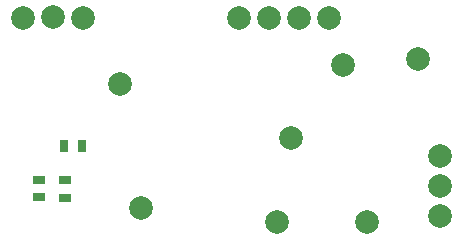
<source format=gbr>
G04 #@! TF.GenerationSoftware,KiCad,Pcbnew,(5.1.5-0-10_14)*
G04 #@! TF.CreationDate,2021-12-27T21:36:10+00:00*
G04 #@! TF.ProjectId,receiver,72656365-6976-4657-922e-6b696361645f,rev?*
G04 #@! TF.SameCoordinates,Original*
G04 #@! TF.FileFunction,Paste,Bot*
G04 #@! TF.FilePolarity,Positive*
%FSLAX46Y46*%
G04 Gerber Fmt 4.6, Leading zero omitted, Abs format (unit mm)*
G04 Created by KiCad (PCBNEW (5.1.5-0-10_14)) date 2021-12-27 21:36:10*
%MOMM*%
%LPD*%
G04 APERTURE LIST*
%ADD10C,2.000000*%
%ADD11R,1.000000X0.700000*%
%ADD12R,0.700000X1.000000*%
G04 APERTURE END LIST*
D10*
X63180000Y-173370000D03*
X44320000Y-174970000D03*
X36068000Y-169418000D03*
X58740000Y-179550000D03*
X71374000Y-181102000D03*
X57550000Y-186710000D03*
X65180000Y-186720000D03*
X38630000Y-169340000D03*
X41170000Y-169420000D03*
X71374000Y-183642000D03*
X71374000Y-186182000D03*
X56896000Y-169418000D03*
X59436000Y-169430000D03*
X61976000Y-169418000D03*
X69540000Y-172900000D03*
X54356000Y-169418000D03*
X46100000Y-185530000D03*
D11*
X39624000Y-184634000D03*
X39624000Y-183134000D03*
X37450000Y-184600000D03*
X37450000Y-183100000D03*
D12*
X41050000Y-180250000D03*
X39550000Y-180250000D03*
M02*

</source>
